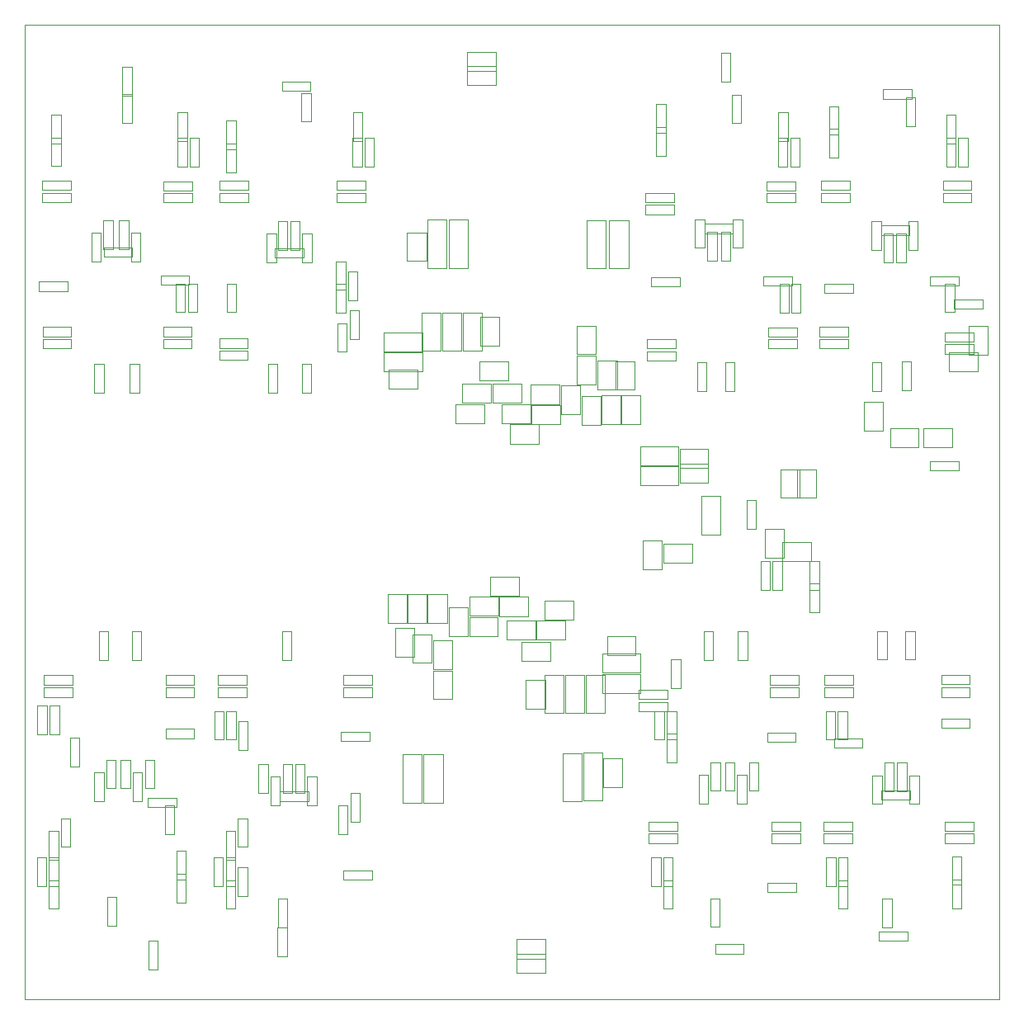
<source format=gbr>
G04 (created by PCBNEW (2013-mar-13)-testing) date Thu 30 May 2013 09:16:55 AM ICT*
%MOIN*%
G04 Gerber Fmt 3.4, Leading zero omitted, Abs format*
%FSLAX34Y34*%
G01*
G70*
G90*
G04 APERTURE LIST*
%ADD10C,0.00393701*%
%ADD11C,0.002*%
G04 APERTURE END LIST*
G54D10*
X38779Y-61023D02*
X78149Y-61023D01*
X78149Y-61023D02*
X78149Y-21653D01*
X78149Y-21653D02*
X38779Y-21653D01*
X38779Y-21653D02*
X38779Y-61023D01*
G54D11*
X53476Y-35597D02*
X54634Y-35597D01*
X54634Y-35597D02*
X54634Y-36371D01*
X54634Y-36371D02*
X53476Y-36371D01*
X53476Y-36371D02*
X53476Y-35597D01*
X61077Y-34978D02*
X61077Y-33820D01*
X61077Y-33820D02*
X61851Y-33820D01*
X61851Y-33820D02*
X61851Y-34978D01*
X61851Y-34978D02*
X61077Y-34978D01*
X58838Y-36935D02*
X57680Y-36935D01*
X57680Y-36935D02*
X57680Y-36161D01*
X57680Y-36161D02*
X58838Y-36161D01*
X58838Y-36161D02*
X58838Y-36935D01*
X59220Y-36209D02*
X60378Y-36209D01*
X60378Y-36209D02*
X60378Y-36983D01*
X60378Y-36983D02*
X59220Y-36983D01*
X59220Y-36983D02*
X59220Y-36209D01*
X57606Y-36935D02*
X56448Y-36935D01*
X56448Y-36935D02*
X56448Y-36161D01*
X56448Y-36161D02*
X57606Y-36161D01*
X57606Y-36161D02*
X57606Y-36935D01*
X57327Y-37762D02*
X56169Y-37762D01*
X56169Y-37762D02*
X56169Y-36988D01*
X56169Y-36988D02*
X57327Y-36988D01*
X57327Y-36988D02*
X57327Y-37762D01*
X61069Y-36186D02*
X61069Y-35028D01*
X61069Y-35028D02*
X61843Y-35028D01*
X61843Y-35028D02*
X61843Y-36186D01*
X61843Y-36186D02*
X61069Y-36186D01*
X54831Y-35662D02*
X53279Y-35662D01*
X53279Y-34888D02*
X54831Y-34888D01*
X54831Y-34888D02*
X54831Y-35662D01*
X53279Y-35662D02*
X53279Y-34888D01*
X54831Y-34875D02*
X53279Y-34875D01*
X53279Y-34101D02*
X54831Y-34101D01*
X54831Y-34101D02*
X54831Y-34875D01*
X53279Y-34875D02*
X53279Y-34101D01*
X54809Y-34831D02*
X54809Y-33279D01*
X55583Y-33279D02*
X55583Y-34831D01*
X55583Y-34831D02*
X54809Y-34831D01*
X54809Y-33279D02*
X55583Y-33279D01*
X55636Y-34831D02*
X55636Y-33279D01*
X56410Y-33279D02*
X56410Y-34831D01*
X56410Y-34831D02*
X55636Y-34831D01*
X55636Y-33279D02*
X56410Y-33279D01*
X56463Y-34831D02*
X56463Y-33279D01*
X57237Y-33279D02*
X57237Y-34831D01*
X57237Y-34831D02*
X56463Y-34831D01*
X56463Y-33279D02*
X57237Y-33279D01*
X57172Y-34634D02*
X57172Y-33476D01*
X57172Y-33476D02*
X57946Y-33476D01*
X57946Y-33476D02*
X57946Y-34634D01*
X57946Y-34634D02*
X57172Y-34634D01*
X58303Y-36022D02*
X57145Y-36022D01*
X57145Y-36022D02*
X57145Y-35248D01*
X57145Y-35248D02*
X58303Y-35248D01*
X58303Y-35248D02*
X58303Y-36022D01*
X54993Y-30050D02*
X54993Y-31208D01*
X54993Y-31208D02*
X54219Y-31208D01*
X54219Y-31208D02*
X54219Y-30050D01*
X54219Y-30050D02*
X54993Y-30050D01*
X56666Y-29538D02*
X56666Y-31484D01*
X55892Y-31484D02*
X55892Y-29538D01*
X55892Y-29538D02*
X56666Y-29538D01*
X56666Y-31484D02*
X55892Y-31484D01*
X55800Y-29538D02*
X55800Y-31484D01*
X55026Y-31484D02*
X55026Y-29538D01*
X55026Y-29538D02*
X55800Y-29538D01*
X55800Y-31484D02*
X55026Y-31484D01*
X62237Y-29558D02*
X62237Y-31504D01*
X61463Y-31504D02*
X61463Y-29558D01*
X61463Y-29558D02*
X62237Y-29558D01*
X62237Y-31504D02*
X61463Y-31504D01*
X63162Y-29558D02*
X63162Y-31504D01*
X62388Y-31504D02*
X62388Y-29558D01*
X62388Y-29558D02*
X63162Y-29558D01*
X63162Y-31504D02*
X62388Y-31504D01*
X62032Y-36662D02*
X62032Y-37820D01*
X62032Y-37820D02*
X61258Y-37820D01*
X61258Y-37820D02*
X61258Y-36662D01*
X61258Y-36662D02*
X62032Y-36662D01*
X62880Y-37793D02*
X62880Y-36635D01*
X62880Y-36635D02*
X63654Y-36635D01*
X63654Y-36635D02*
X63654Y-37793D01*
X63654Y-37793D02*
X62880Y-37793D01*
X63418Y-35247D02*
X63418Y-36405D01*
X63418Y-36405D02*
X62644Y-36405D01*
X62644Y-36405D02*
X62644Y-35247D01*
X62644Y-35247D02*
X63418Y-35247D01*
X59543Y-38581D02*
X58385Y-38581D01*
X58385Y-38581D02*
X58385Y-37807D01*
X58385Y-37807D02*
X59543Y-37807D01*
X59543Y-37807D02*
X59543Y-38581D01*
X59247Y-37035D02*
X60405Y-37035D01*
X60405Y-37035D02*
X60405Y-37809D01*
X60405Y-37809D02*
X59247Y-37809D01*
X59247Y-37809D02*
X59247Y-37035D01*
X59201Y-37762D02*
X58043Y-37762D01*
X58043Y-37762D02*
X58043Y-36988D01*
X58043Y-36988D02*
X59201Y-36988D01*
X59201Y-36988D02*
X59201Y-37762D01*
X62851Y-36631D02*
X62851Y-37789D01*
X62851Y-37789D02*
X62077Y-37789D01*
X62077Y-37789D02*
X62077Y-36631D01*
X62077Y-36631D02*
X62851Y-36631D01*
X62694Y-35233D02*
X62694Y-36391D01*
X62694Y-36391D02*
X61920Y-36391D01*
X61920Y-36391D02*
X61920Y-35233D01*
X61920Y-35233D02*
X62694Y-35233D01*
X60447Y-37379D02*
X60447Y-36221D01*
X60447Y-36221D02*
X61221Y-36221D01*
X61221Y-36221D02*
X61221Y-37379D01*
X61221Y-37379D02*
X60447Y-37379D01*
X59022Y-49279D02*
X59022Y-48121D01*
X59022Y-48121D02*
X59796Y-48121D01*
X59796Y-48121D02*
X59796Y-49279D01*
X59796Y-49279D02*
X59022Y-49279D01*
X56032Y-47753D02*
X56032Y-48911D01*
X56032Y-48911D02*
X55258Y-48911D01*
X55258Y-48911D02*
X55258Y-47753D01*
X55258Y-47753D02*
X56032Y-47753D01*
X58243Y-45716D02*
X59401Y-45716D01*
X59401Y-45716D02*
X59401Y-46490D01*
X59401Y-46490D02*
X58243Y-46490D01*
X58243Y-46490D02*
X58243Y-45716D01*
X57890Y-46357D02*
X56732Y-46357D01*
X56732Y-46357D02*
X56732Y-45583D01*
X56732Y-45583D02*
X57890Y-45583D01*
X57890Y-45583D02*
X57890Y-46357D01*
X59440Y-45716D02*
X60598Y-45716D01*
X60598Y-45716D02*
X60598Y-46490D01*
X60598Y-46490D02*
X59440Y-46490D01*
X59440Y-46490D02*
X59440Y-45716D01*
X59779Y-44917D02*
X60937Y-44917D01*
X60937Y-44917D02*
X60937Y-45691D01*
X60937Y-45691D02*
X59779Y-45691D01*
X59779Y-45691D02*
X59779Y-44917D01*
X56040Y-46532D02*
X56040Y-47690D01*
X56040Y-47690D02*
X55266Y-47690D01*
X55266Y-47690D02*
X55266Y-46532D01*
X55266Y-46532D02*
X56040Y-46532D01*
X62098Y-47053D02*
X63650Y-47053D01*
X63650Y-47827D02*
X62098Y-47827D01*
X62098Y-47827D02*
X62098Y-47053D01*
X63650Y-47053D02*
X63650Y-47827D01*
X62098Y-47880D02*
X63650Y-47880D01*
X63650Y-48654D02*
X62098Y-48654D01*
X62098Y-48654D02*
X62098Y-47880D01*
X63650Y-47880D02*
X63650Y-48654D01*
X62198Y-47924D02*
X62198Y-49476D01*
X61424Y-49476D02*
X61424Y-47924D01*
X61424Y-47924D02*
X62198Y-47924D01*
X62198Y-49476D02*
X61424Y-49476D01*
X61371Y-47924D02*
X61371Y-49476D01*
X60597Y-49476D02*
X60597Y-47924D01*
X60597Y-47924D02*
X61371Y-47924D01*
X61371Y-49476D02*
X60597Y-49476D01*
X60544Y-47924D02*
X60544Y-49476D01*
X59770Y-49476D02*
X59770Y-47924D01*
X59770Y-47924D02*
X60544Y-47924D01*
X60544Y-49476D02*
X59770Y-49476D01*
X62295Y-46345D02*
X63453Y-46345D01*
X63453Y-46345D02*
X63453Y-47119D01*
X63453Y-47119D02*
X62295Y-47119D01*
X62295Y-47119D02*
X62295Y-46345D01*
X58854Y-46598D02*
X60012Y-46598D01*
X60012Y-46598D02*
X60012Y-47372D01*
X60012Y-47372D02*
X58854Y-47372D01*
X58854Y-47372D02*
X58854Y-46598D01*
X62132Y-52468D02*
X62132Y-51310D01*
X62132Y-51310D02*
X62906Y-51310D01*
X62906Y-51310D02*
X62906Y-52468D01*
X62906Y-52468D02*
X62132Y-52468D01*
X60498Y-53029D02*
X60498Y-51083D01*
X61272Y-51083D02*
X61272Y-53029D01*
X61272Y-53029D02*
X60498Y-53029D01*
X60498Y-51083D02*
X61272Y-51083D01*
X61325Y-53009D02*
X61325Y-51063D01*
X62099Y-51063D02*
X62099Y-53009D01*
X62099Y-53009D02*
X61325Y-53009D01*
X61325Y-51063D02*
X62099Y-51063D01*
X54888Y-53079D02*
X54888Y-51133D01*
X55662Y-51133D02*
X55662Y-53079D01*
X55662Y-53079D02*
X54888Y-53079D01*
X54888Y-51133D02*
X55662Y-51133D01*
X54042Y-53079D02*
X54042Y-51133D01*
X54816Y-51133D02*
X54816Y-53079D01*
X54816Y-53079D02*
X54042Y-53079D01*
X54042Y-51133D02*
X54816Y-51133D01*
X55053Y-45824D02*
X55053Y-44666D01*
X55053Y-44666D02*
X55827Y-44666D01*
X55827Y-44666D02*
X55827Y-45824D01*
X55827Y-45824D02*
X55053Y-45824D01*
X54198Y-44662D02*
X54198Y-45820D01*
X54198Y-45820D02*
X53424Y-45820D01*
X53424Y-45820D02*
X53424Y-44662D01*
X53424Y-44662D02*
X54198Y-44662D01*
X53727Y-47193D02*
X53727Y-46035D01*
X53727Y-46035D02*
X54501Y-46035D01*
X54501Y-46035D02*
X54501Y-47193D01*
X54501Y-47193D02*
X53727Y-47193D01*
X57574Y-43953D02*
X58732Y-43953D01*
X58732Y-43953D02*
X58732Y-44727D01*
X58732Y-44727D02*
X57574Y-44727D01*
X57574Y-44727D02*
X57574Y-43953D01*
X57909Y-45538D02*
X56751Y-45538D01*
X56751Y-45538D02*
X56751Y-44764D01*
X56751Y-44764D02*
X57909Y-44764D01*
X57909Y-44764D02*
X57909Y-45538D01*
X57940Y-44772D02*
X59098Y-44772D01*
X59098Y-44772D02*
X59098Y-45546D01*
X59098Y-45546D02*
X57940Y-45546D01*
X57940Y-45546D02*
X57940Y-44772D01*
X54246Y-45824D02*
X54246Y-44666D01*
X54246Y-44666D02*
X55020Y-44666D01*
X55020Y-44666D02*
X55020Y-45824D01*
X55020Y-45824D02*
X54246Y-45824D01*
X54443Y-47438D02*
X54443Y-46280D01*
X54443Y-46280D02*
X55217Y-46280D01*
X55217Y-46280D02*
X55217Y-47438D01*
X55217Y-47438D02*
X54443Y-47438D01*
X56690Y-45194D02*
X56690Y-46352D01*
X56690Y-46352D02*
X55916Y-46352D01*
X55916Y-46352D02*
X55916Y-45194D01*
X55916Y-45194D02*
X56690Y-45194D01*
X64578Y-42624D02*
X65736Y-42624D01*
X65736Y-42624D02*
X65736Y-43398D01*
X65736Y-43398D02*
X64578Y-43398D01*
X64578Y-43398D02*
X64578Y-42624D01*
X66386Y-40170D02*
X65228Y-40170D01*
X65228Y-40170D02*
X65228Y-39396D01*
X65228Y-39396D02*
X66386Y-39396D01*
X66386Y-39396D02*
X66386Y-40170D01*
X66386Y-39560D02*
X65228Y-39560D01*
X65228Y-39560D02*
X65228Y-38786D01*
X65228Y-38786D02*
X66386Y-38786D01*
X66386Y-38786D02*
X66386Y-39560D01*
X63633Y-38687D02*
X65185Y-38687D01*
X65185Y-39461D02*
X63633Y-39461D01*
X63633Y-39461D02*
X63633Y-38687D01*
X65185Y-38687D02*
X65185Y-39461D01*
X63633Y-39494D02*
X65185Y-39494D01*
X65185Y-40268D02*
X63633Y-40268D01*
X63633Y-40268D02*
X63633Y-39494D01*
X65185Y-39494D02*
X65185Y-40268D01*
X64520Y-42491D02*
X64520Y-43649D01*
X64520Y-43649D02*
X63746Y-43649D01*
X63746Y-43649D02*
X63746Y-42491D01*
X63746Y-42491D02*
X64520Y-42491D01*
X66095Y-42259D02*
X66095Y-40707D01*
X66095Y-40707D02*
X66869Y-40707D01*
X66869Y-40707D02*
X66869Y-42259D01*
X66869Y-42259D02*
X66095Y-42259D01*
X40638Y-28831D02*
X39480Y-28831D01*
X39480Y-28831D02*
X39480Y-28451D01*
X39480Y-28451D02*
X40638Y-28451D01*
X40638Y-28451D02*
X40638Y-28831D01*
X42715Y-25634D02*
X42715Y-24476D01*
X42715Y-24476D02*
X43095Y-24476D01*
X43095Y-24476D02*
X43095Y-25634D01*
X43095Y-25634D02*
X42715Y-25634D01*
X40229Y-25287D02*
X40229Y-26445D01*
X40229Y-26445D02*
X39849Y-26445D01*
X39849Y-26445D02*
X39849Y-25287D01*
X39849Y-25287D02*
X40229Y-25287D01*
X44381Y-28451D02*
X45539Y-28451D01*
X45539Y-28451D02*
X45539Y-28831D01*
X45539Y-28831D02*
X44381Y-28831D01*
X44381Y-28831D02*
X44381Y-28451D01*
X44947Y-27390D02*
X44947Y-26232D01*
X44947Y-26232D02*
X45327Y-26232D01*
X45327Y-26232D02*
X45327Y-27390D01*
X45327Y-27390D02*
X44947Y-27390D01*
X40638Y-28339D02*
X39480Y-28339D01*
X39480Y-28339D02*
X39480Y-27959D01*
X39480Y-27959D02*
X40638Y-27959D01*
X40638Y-27959D02*
X40638Y-28339D01*
X45327Y-25208D02*
X45327Y-26366D01*
X45327Y-26366D02*
X44947Y-26366D01*
X44947Y-26366D02*
X44947Y-25208D01*
X44947Y-25208D02*
X45327Y-25208D01*
X44381Y-27979D02*
X45539Y-27979D01*
X45539Y-27979D02*
X45539Y-28359D01*
X45539Y-28359D02*
X44381Y-28359D01*
X44381Y-28359D02*
X44381Y-27979D01*
X42965Y-29558D02*
X42965Y-30716D01*
X42965Y-30716D02*
X42585Y-30716D01*
X42585Y-30716D02*
X42585Y-29558D01*
X42585Y-29558D02*
X42965Y-29558D01*
X42335Y-29558D02*
X42335Y-30716D01*
X42335Y-30716D02*
X41955Y-30716D01*
X41955Y-30716D02*
X41955Y-29558D01*
X41955Y-29558D02*
X42335Y-29558D01*
X39849Y-27370D02*
X39849Y-26212D01*
X39849Y-26212D02*
X40229Y-26212D01*
X40229Y-26212D02*
X40229Y-27370D01*
X40229Y-27370D02*
X39849Y-27370D01*
X51389Y-28451D02*
X52547Y-28451D01*
X52547Y-28451D02*
X52547Y-28831D01*
X52547Y-28831D02*
X51389Y-28831D01*
X51389Y-28831D02*
X51389Y-28451D01*
X47803Y-28831D02*
X46645Y-28831D01*
X46645Y-28831D02*
X46645Y-28451D01*
X46645Y-28451D02*
X47803Y-28451D01*
X47803Y-28451D02*
X47803Y-28831D01*
X52014Y-27390D02*
X52014Y-26232D01*
X52014Y-26232D02*
X52394Y-26232D01*
X52394Y-26232D02*
X52394Y-27390D01*
X52394Y-27390D02*
X52014Y-27390D01*
X47803Y-28339D02*
X46645Y-28339D01*
X46645Y-28339D02*
X46645Y-27959D01*
X46645Y-27959D02*
X47803Y-27959D01*
X47803Y-27959D02*
X47803Y-28339D01*
X47296Y-25543D02*
X47296Y-26701D01*
X47296Y-26701D02*
X46916Y-26701D01*
X46916Y-26701D02*
X46916Y-25543D01*
X46916Y-25543D02*
X47296Y-25543D01*
X49875Y-29598D02*
X49875Y-30756D01*
X49875Y-30756D02*
X49495Y-30756D01*
X49495Y-30756D02*
X49495Y-29598D01*
X49495Y-29598D02*
X49875Y-29598D01*
X51389Y-27959D02*
X52547Y-27959D01*
X52547Y-27959D02*
X52547Y-28339D01*
X52547Y-28339D02*
X51389Y-28339D01*
X51389Y-28339D02*
X51389Y-27959D01*
X50339Y-35365D02*
X50339Y-36523D01*
X50339Y-36523D02*
X49959Y-36523D01*
X49959Y-36523D02*
X49959Y-35365D01*
X49959Y-35365D02*
X50339Y-35365D01*
X52414Y-25208D02*
X52414Y-26366D01*
X52414Y-26366D02*
X52034Y-26366D01*
X52034Y-26366D02*
X52034Y-25208D01*
X52034Y-25208D02*
X52414Y-25208D01*
X46916Y-27626D02*
X46916Y-26468D01*
X46916Y-26468D02*
X47296Y-26468D01*
X47296Y-26468D02*
X47296Y-27626D01*
X47296Y-27626D02*
X46916Y-27626D01*
X49947Y-25571D02*
X49947Y-24413D01*
X49947Y-24413D02*
X50327Y-24413D01*
X50327Y-24413D02*
X50327Y-25571D01*
X50327Y-25571D02*
X49947Y-25571D01*
X44361Y-34357D02*
X45519Y-34357D01*
X45519Y-34357D02*
X45519Y-34737D01*
X45519Y-34737D02*
X44361Y-34737D01*
X44361Y-34737D02*
X44361Y-34357D01*
X40657Y-34737D02*
X39499Y-34737D01*
X39499Y-34737D02*
X39499Y-34357D01*
X39499Y-34357D02*
X40657Y-34357D01*
X40657Y-34357D02*
X40657Y-34737D01*
X44869Y-33275D02*
X44869Y-32117D01*
X44869Y-32117D02*
X45249Y-32117D01*
X45249Y-32117D02*
X45249Y-33275D01*
X45249Y-33275D02*
X44869Y-33275D01*
X40510Y-32424D02*
X39352Y-32424D01*
X39352Y-32424D02*
X39352Y-32044D01*
X39352Y-32044D02*
X40510Y-32044D01*
X40510Y-32044D02*
X40510Y-32424D01*
X44263Y-31798D02*
X45421Y-31798D01*
X45421Y-31798D02*
X45421Y-32178D01*
X45421Y-32178D02*
X44263Y-32178D01*
X44263Y-32178D02*
X44263Y-31798D01*
X40657Y-34245D02*
X39499Y-34245D01*
X39499Y-34245D02*
X39499Y-33865D01*
X39499Y-33865D02*
X40657Y-33865D01*
X40657Y-33865D02*
X40657Y-34245D01*
X41961Y-35365D02*
X41961Y-36523D01*
X41961Y-36523D02*
X41581Y-36523D01*
X41581Y-36523D02*
X41581Y-35365D01*
X41581Y-35365D02*
X41961Y-35365D01*
X44361Y-33865D02*
X45519Y-33865D01*
X45519Y-33865D02*
X45519Y-34245D01*
X45519Y-34245D02*
X44361Y-34245D01*
X44361Y-34245D02*
X44361Y-33865D01*
X41463Y-31228D02*
X41463Y-30070D01*
X41463Y-30070D02*
X41843Y-30070D01*
X41843Y-30070D02*
X41843Y-31228D01*
X41843Y-31228D02*
X41463Y-31228D01*
X43069Y-31224D02*
X43069Y-30066D01*
X43069Y-30066D02*
X43449Y-30066D01*
X43449Y-30066D02*
X43449Y-31224D01*
X43449Y-31224D02*
X43069Y-31224D01*
X43398Y-35365D02*
X43398Y-36523D01*
X43398Y-36523D02*
X43018Y-36523D01*
X43018Y-36523D02*
X43018Y-35365D01*
X43018Y-35365D02*
X43398Y-35365D01*
X47783Y-34717D02*
X46625Y-34717D01*
X46625Y-34717D02*
X46625Y-34337D01*
X46625Y-34337D02*
X47783Y-34337D01*
X47783Y-34337D02*
X47783Y-34717D01*
X51404Y-34870D02*
X51404Y-33712D01*
X51404Y-33712D02*
X51784Y-33712D01*
X51784Y-33712D02*
X51784Y-34870D01*
X51784Y-34870D02*
X51404Y-34870D01*
X51345Y-33295D02*
X51345Y-32137D01*
X51345Y-32137D02*
X51725Y-32137D01*
X51725Y-32137D02*
X51725Y-33295D01*
X51725Y-33295D02*
X51345Y-33295D01*
X51725Y-31212D02*
X51725Y-32370D01*
X51725Y-32370D02*
X51345Y-32370D01*
X51345Y-32370D02*
X51345Y-31212D01*
X51345Y-31212D02*
X51725Y-31212D01*
X47783Y-35209D02*
X46625Y-35209D01*
X46625Y-35209D02*
X46625Y-34829D01*
X46625Y-34829D02*
X47783Y-34829D01*
X47783Y-34829D02*
X47783Y-35209D01*
X48989Y-35365D02*
X48989Y-36523D01*
X48989Y-36523D02*
X48609Y-36523D01*
X48609Y-36523D02*
X48609Y-35365D01*
X48609Y-35365D02*
X48989Y-35365D01*
X49382Y-29598D02*
X49382Y-30756D01*
X49382Y-30756D02*
X49002Y-30756D01*
X49002Y-30756D02*
X49002Y-29598D01*
X49002Y-29598D02*
X49382Y-29598D01*
X52276Y-33200D02*
X52276Y-34358D01*
X52276Y-34358D02*
X51896Y-34358D01*
X51896Y-34358D02*
X51896Y-33200D01*
X51896Y-33200D02*
X52276Y-33200D01*
X48550Y-31267D02*
X48550Y-30109D01*
X48550Y-30109D02*
X48930Y-30109D01*
X48930Y-30109D02*
X48930Y-31267D01*
X48930Y-31267D02*
X48550Y-31267D01*
X49987Y-31267D02*
X49987Y-30109D01*
X49987Y-30109D02*
X50367Y-30109D01*
X50367Y-30109D02*
X50367Y-31267D01*
X50367Y-31267D02*
X49987Y-31267D01*
X46935Y-33275D02*
X46935Y-32117D01*
X46935Y-32117D02*
X47315Y-32117D01*
X47315Y-32117D02*
X47315Y-33275D01*
X47315Y-33275D02*
X46935Y-33275D01*
X65008Y-28831D02*
X63850Y-28831D01*
X63850Y-28831D02*
X63850Y-28451D01*
X63850Y-28451D02*
X65008Y-28451D01*
X65008Y-28451D02*
X65008Y-28831D01*
X68751Y-28451D02*
X69909Y-28451D01*
X69909Y-28451D02*
X69909Y-28831D01*
X69909Y-28831D02*
X68751Y-28831D01*
X68751Y-28831D02*
X68751Y-28451D01*
X69199Y-27390D02*
X69199Y-26232D01*
X69199Y-26232D02*
X69579Y-26232D01*
X69579Y-26232D02*
X69579Y-27390D01*
X69579Y-27390D02*
X69199Y-27390D01*
X67329Y-25638D02*
X67329Y-24480D01*
X67329Y-24480D02*
X67709Y-24480D01*
X67709Y-24480D02*
X67709Y-25638D01*
X67709Y-25638D02*
X67329Y-25638D01*
X64278Y-26956D02*
X64278Y-25798D01*
X64278Y-25798D02*
X64658Y-25798D01*
X64658Y-25798D02*
X64658Y-26956D01*
X64658Y-26956D02*
X64278Y-26956D01*
X65008Y-29323D02*
X63850Y-29323D01*
X63850Y-29323D02*
X63850Y-28943D01*
X63850Y-28943D02*
X65008Y-28943D01*
X65008Y-28943D02*
X65008Y-29323D01*
X72242Y-32502D02*
X71084Y-32502D01*
X71084Y-32502D02*
X71084Y-32122D01*
X71084Y-32122D02*
X72242Y-32122D01*
X72242Y-32122D02*
X72242Y-32502D01*
X67768Y-29519D02*
X67768Y-30677D01*
X67768Y-30677D02*
X67388Y-30677D01*
X67388Y-30677D02*
X67388Y-29519D01*
X67388Y-29519D02*
X67768Y-29519D01*
X69599Y-25208D02*
X69599Y-26366D01*
X69599Y-26366D02*
X69219Y-26366D01*
X69219Y-26366D02*
X69219Y-25208D01*
X69219Y-25208D02*
X69599Y-25208D01*
X68751Y-27979D02*
X69909Y-27979D01*
X69909Y-27979D02*
X69909Y-28359D01*
X69909Y-28359D02*
X68751Y-28359D01*
X68751Y-28359D02*
X68751Y-27979D01*
X64658Y-24873D02*
X64658Y-26031D01*
X64658Y-26031D02*
X64278Y-26031D01*
X64278Y-26031D02*
X64278Y-24873D01*
X64278Y-24873D02*
X64658Y-24873D01*
X72094Y-28831D02*
X70936Y-28831D01*
X70936Y-28831D02*
X70936Y-28451D01*
X70936Y-28451D02*
X72094Y-28451D01*
X72094Y-28451D02*
X72094Y-28831D01*
X75858Y-28451D02*
X77016Y-28451D01*
X77016Y-28451D02*
X77016Y-28831D01*
X77016Y-28831D02*
X75858Y-28831D01*
X75858Y-28831D02*
X75858Y-28451D01*
X75991Y-27390D02*
X75991Y-26232D01*
X75991Y-26232D02*
X76371Y-26232D01*
X76371Y-26232D02*
X76371Y-27390D01*
X76371Y-27390D02*
X75991Y-27390D01*
X74361Y-25752D02*
X74361Y-24594D01*
X74361Y-24594D02*
X74741Y-24594D01*
X74741Y-24594D02*
X74741Y-25752D01*
X74741Y-25752D02*
X74361Y-25752D01*
X73359Y-29598D02*
X73359Y-30756D01*
X73359Y-30756D02*
X72979Y-30756D01*
X72979Y-30756D02*
X72979Y-29598D01*
X72979Y-29598D02*
X73359Y-29598D01*
X71646Y-24952D02*
X71646Y-26110D01*
X71646Y-26110D02*
X71266Y-26110D01*
X71266Y-26110D02*
X71266Y-24952D01*
X71266Y-24952D02*
X71646Y-24952D01*
X72094Y-28339D02*
X70936Y-28339D01*
X70936Y-28339D02*
X70936Y-27959D01*
X70936Y-27959D02*
X72094Y-27959D01*
X72094Y-27959D02*
X72094Y-28339D01*
X74855Y-29598D02*
X74855Y-30756D01*
X74855Y-30756D02*
X74475Y-30756D01*
X74475Y-30756D02*
X74475Y-29598D01*
X74475Y-29598D02*
X74855Y-29598D01*
X75858Y-27959D02*
X77016Y-27959D01*
X77016Y-27959D02*
X77016Y-28339D01*
X77016Y-28339D02*
X75858Y-28339D01*
X75858Y-28339D02*
X75858Y-27959D01*
X76371Y-25306D02*
X76371Y-26464D01*
X76371Y-26464D02*
X75991Y-26464D01*
X75991Y-26464D02*
X75991Y-25306D01*
X75991Y-25306D02*
X76371Y-25306D01*
X71266Y-27035D02*
X71266Y-25877D01*
X71266Y-25877D02*
X71646Y-25877D01*
X71646Y-25877D02*
X71646Y-27035D01*
X71646Y-27035D02*
X71266Y-27035D01*
X65067Y-34737D02*
X63909Y-34737D01*
X63909Y-34737D02*
X63909Y-34357D01*
X63909Y-34357D02*
X65067Y-34357D01*
X65067Y-34357D02*
X65067Y-34737D01*
X68810Y-34357D02*
X69968Y-34357D01*
X69968Y-34357D02*
X69968Y-34737D01*
X69968Y-34737D02*
X68810Y-34737D01*
X68810Y-34737D02*
X68810Y-34357D01*
X69258Y-33295D02*
X69258Y-32137D01*
X69258Y-32137D02*
X69638Y-32137D01*
X69638Y-32137D02*
X69638Y-33295D01*
X69638Y-33295D02*
X69258Y-33295D01*
X66345Y-31189D02*
X66345Y-30031D01*
X66345Y-30031D02*
X66725Y-30031D01*
X66725Y-30031D02*
X66725Y-31189D01*
X66725Y-31189D02*
X66345Y-31189D01*
X66896Y-31189D02*
X66896Y-30031D01*
X66896Y-30031D02*
X67276Y-30031D01*
X67276Y-30031D02*
X67276Y-31189D01*
X67276Y-31189D02*
X66896Y-31189D01*
X66312Y-35287D02*
X66312Y-36445D01*
X66312Y-36445D02*
X65932Y-36445D01*
X65932Y-36445D02*
X65932Y-35287D01*
X65932Y-35287D02*
X66312Y-35287D01*
X65067Y-35229D02*
X63909Y-35229D01*
X63909Y-35229D02*
X63909Y-34849D01*
X63909Y-34849D02*
X65067Y-34849D01*
X65067Y-34849D02*
X65067Y-35229D01*
X68613Y-31817D02*
X69771Y-31817D01*
X69771Y-31817D02*
X69771Y-32197D01*
X69771Y-32197D02*
X68613Y-32197D01*
X68613Y-32197D02*
X68613Y-31817D01*
X66233Y-29519D02*
X66233Y-30677D01*
X66233Y-30677D02*
X65853Y-30677D01*
X65853Y-30677D02*
X65853Y-29519D01*
X65853Y-29519D02*
X66233Y-29519D01*
X65224Y-32237D02*
X64066Y-32237D01*
X64066Y-32237D02*
X64066Y-31857D01*
X64066Y-31857D02*
X65224Y-31857D01*
X65224Y-31857D02*
X65224Y-32237D01*
X68810Y-33884D02*
X69968Y-33884D01*
X69968Y-33884D02*
X69968Y-34264D01*
X69968Y-34264D02*
X68810Y-34264D01*
X68810Y-34264D02*
X68810Y-33884D01*
X72035Y-34737D02*
X70877Y-34737D01*
X70877Y-34737D02*
X70877Y-34357D01*
X70877Y-34357D02*
X72035Y-34357D01*
X72035Y-34357D02*
X72035Y-34737D01*
X75956Y-34573D02*
X77114Y-34573D01*
X77114Y-34573D02*
X77114Y-34953D01*
X77114Y-34953D02*
X75956Y-34953D01*
X75956Y-34953D02*
X75956Y-34573D01*
X75951Y-33275D02*
X75951Y-32117D01*
X75951Y-32117D02*
X76331Y-32117D01*
X76331Y-32117D02*
X76331Y-33275D01*
X76331Y-33275D02*
X75951Y-33275D01*
X75346Y-31817D02*
X76504Y-31817D01*
X76504Y-31817D02*
X76504Y-32197D01*
X76504Y-32197D02*
X75346Y-32197D01*
X75346Y-32197D02*
X75346Y-31817D01*
X73983Y-31267D02*
X73983Y-30109D01*
X73983Y-30109D02*
X74363Y-30109D01*
X74363Y-30109D02*
X74363Y-31267D01*
X74363Y-31267D02*
X73983Y-31267D01*
X73471Y-31267D02*
X73471Y-30109D01*
X73471Y-30109D02*
X73851Y-30109D01*
X73851Y-30109D02*
X73851Y-31267D01*
X73851Y-31267D02*
X73471Y-31267D01*
X72035Y-34245D02*
X70877Y-34245D01*
X70877Y-34245D02*
X70877Y-33865D01*
X70877Y-33865D02*
X72035Y-33865D01*
X72035Y-33865D02*
X72035Y-34245D01*
X74587Y-35271D02*
X74587Y-36429D01*
X74587Y-36429D02*
X74207Y-36429D01*
X74207Y-36429D02*
X74207Y-35271D01*
X74207Y-35271D02*
X74587Y-35271D01*
X67453Y-35291D02*
X67453Y-36449D01*
X67453Y-36449D02*
X67073Y-36449D01*
X67073Y-36449D02*
X67073Y-35291D01*
X67073Y-35291D02*
X67453Y-35291D01*
X75956Y-34091D02*
X77114Y-34091D01*
X77114Y-34091D02*
X77114Y-34471D01*
X77114Y-34471D02*
X75956Y-34471D01*
X75956Y-34471D02*
X75956Y-34091D01*
X73378Y-35287D02*
X73378Y-36445D01*
X73378Y-36445D02*
X72998Y-36445D01*
X72998Y-36445D02*
X72998Y-35287D01*
X72998Y-35287D02*
X73378Y-35287D01*
X75956Y-53845D02*
X77114Y-53845D01*
X77114Y-53845D02*
X77114Y-54225D01*
X77114Y-54225D02*
X75956Y-54225D01*
X75956Y-54225D02*
X75956Y-53845D01*
X72212Y-54225D02*
X71054Y-54225D01*
X71054Y-54225D02*
X71054Y-53845D01*
X71054Y-53845D02*
X72212Y-53845D01*
X72212Y-53845D02*
X72212Y-54225D01*
X72020Y-55287D02*
X72020Y-56445D01*
X72020Y-56445D02*
X71640Y-56445D01*
X71640Y-56445D02*
X71640Y-55287D01*
X71640Y-55287D02*
X72020Y-55287D01*
X75798Y-49691D02*
X76956Y-49691D01*
X76956Y-49691D02*
X76956Y-50071D01*
X76956Y-50071D02*
X75798Y-50071D01*
X75798Y-50071D02*
X75798Y-49691D01*
X76607Y-55247D02*
X76607Y-56405D01*
X76607Y-56405D02*
X76227Y-56405D01*
X76227Y-56405D02*
X76227Y-55247D01*
X76227Y-55247D02*
X76607Y-55247D01*
X71640Y-57370D02*
X71640Y-56212D01*
X71640Y-56212D02*
X72020Y-56212D01*
X72020Y-56212D02*
X72020Y-57370D01*
X72020Y-57370D02*
X71640Y-57370D01*
X75956Y-54337D02*
X77114Y-54337D01*
X77114Y-54337D02*
X77114Y-54717D01*
X77114Y-54717D02*
X75956Y-54717D01*
X75956Y-54717D02*
X75956Y-54337D01*
X73018Y-53138D02*
X73018Y-51980D01*
X73018Y-51980D02*
X73398Y-51980D01*
X73398Y-51980D02*
X73398Y-53138D01*
X73398Y-53138D02*
X73018Y-53138D01*
X72212Y-54717D02*
X71054Y-54717D01*
X71054Y-54717D02*
X71054Y-54337D01*
X71054Y-54337D02*
X72212Y-54337D01*
X72212Y-54337D02*
X72212Y-54717D01*
X76227Y-57350D02*
X76227Y-56192D01*
X76227Y-56192D02*
X76607Y-56192D01*
X76607Y-56192D02*
X76607Y-57350D01*
X76607Y-57350D02*
X76227Y-57350D01*
X73800Y-56968D02*
X73800Y-58126D01*
X73800Y-58126D02*
X73420Y-58126D01*
X73420Y-58126D02*
X73420Y-56968D01*
X73420Y-56968D02*
X73800Y-56968D01*
X68948Y-53845D02*
X70106Y-53845D01*
X70106Y-53845D02*
X70106Y-54225D01*
X70106Y-54225D02*
X68948Y-54225D01*
X68948Y-54225D02*
X68948Y-53845D01*
X65126Y-54225D02*
X63968Y-54225D01*
X63968Y-54225D02*
X63968Y-53845D01*
X63968Y-53845D02*
X65126Y-53845D01*
X65126Y-53845D02*
X65126Y-54225D01*
X64953Y-55287D02*
X64953Y-56445D01*
X64953Y-56445D02*
X64573Y-56445D01*
X64573Y-56445D02*
X64573Y-55287D01*
X64573Y-55287D02*
X64953Y-55287D01*
X66839Y-56952D02*
X66839Y-58110D01*
X66839Y-58110D02*
X66459Y-58110D01*
X66459Y-58110D02*
X66459Y-56952D01*
X66459Y-56952D02*
X66839Y-56952D01*
X68761Y-50252D02*
X69919Y-50252D01*
X69919Y-50252D02*
X69919Y-50632D01*
X69919Y-50632D02*
X68761Y-50632D01*
X68761Y-50632D02*
X68761Y-50252D01*
X64573Y-57370D02*
X64573Y-56212D01*
X64573Y-56212D02*
X64953Y-56212D01*
X64953Y-56212D02*
X64953Y-57370D01*
X64953Y-57370D02*
X64573Y-57370D01*
X68948Y-54337D02*
X70106Y-54337D01*
X70106Y-54337D02*
X70106Y-54717D01*
X70106Y-54717D02*
X68948Y-54717D01*
X68948Y-54717D02*
X68948Y-54337D01*
X65991Y-53118D02*
X65991Y-51960D01*
X65991Y-51960D02*
X66371Y-51960D01*
X66371Y-51960D02*
X66371Y-53118D01*
X66371Y-53118D02*
X65991Y-53118D01*
X65126Y-54717D02*
X63968Y-54717D01*
X63968Y-54717D02*
X63968Y-54337D01*
X63968Y-54337D02*
X65126Y-54337D01*
X65126Y-54337D02*
X65126Y-54717D01*
X64732Y-49402D02*
X63574Y-49402D01*
X63574Y-49402D02*
X63574Y-49022D01*
X63574Y-49022D02*
X64732Y-49022D01*
X64732Y-49022D02*
X64732Y-49402D01*
X68781Y-56315D02*
X69939Y-56315D01*
X69939Y-56315D02*
X69939Y-56695D01*
X69939Y-56695D02*
X68781Y-56695D01*
X68781Y-56695D02*
X68781Y-56315D01*
X75798Y-47920D02*
X76956Y-47920D01*
X76956Y-47920D02*
X76956Y-48300D01*
X76956Y-48300D02*
X75798Y-48300D01*
X75798Y-48300D02*
X75798Y-47920D01*
X72232Y-48319D02*
X71074Y-48319D01*
X71074Y-48319D02*
X71074Y-47939D01*
X71074Y-47939D02*
X72232Y-47939D01*
X72232Y-47939D02*
X72232Y-48319D01*
X72001Y-49381D02*
X72001Y-50539D01*
X72001Y-50539D02*
X71621Y-50539D01*
X71621Y-50539D02*
X71621Y-49381D01*
X71621Y-49381D02*
X72001Y-49381D01*
X73890Y-51468D02*
X73890Y-52626D01*
X73890Y-52626D02*
X73510Y-52626D01*
X73510Y-52626D02*
X73510Y-51468D01*
X73510Y-51468D02*
X73890Y-51468D01*
X74402Y-51468D02*
X74402Y-52626D01*
X74402Y-52626D02*
X74022Y-52626D01*
X74022Y-52626D02*
X74022Y-51468D01*
X74022Y-51468D02*
X74402Y-51468D01*
X72616Y-50859D02*
X71458Y-50859D01*
X71458Y-50859D02*
X71458Y-50479D01*
X71458Y-50479D02*
X72616Y-50479D01*
X72616Y-50479D02*
X72616Y-50859D01*
X75798Y-48432D02*
X76956Y-48432D01*
X76956Y-48432D02*
X76956Y-48812D01*
X76956Y-48812D02*
X75798Y-48812D01*
X75798Y-48812D02*
X75798Y-48432D01*
X73215Y-47311D02*
X73215Y-46153D01*
X73215Y-46153D02*
X73595Y-46153D01*
X73595Y-46153D02*
X73595Y-47311D01*
X73595Y-47311D02*
X73215Y-47311D01*
X72232Y-48812D02*
X71074Y-48812D01*
X71074Y-48812D02*
X71074Y-48432D01*
X71074Y-48432D02*
X72232Y-48432D01*
X72232Y-48432D02*
X72232Y-48812D01*
X74357Y-47311D02*
X74357Y-46153D01*
X74357Y-46153D02*
X74737Y-46153D01*
X74737Y-46153D02*
X74737Y-47311D01*
X74737Y-47311D02*
X74357Y-47311D01*
X74514Y-53138D02*
X74514Y-51980D01*
X74514Y-51980D02*
X74894Y-51980D01*
X74894Y-51980D02*
X74894Y-53138D01*
X74894Y-53138D02*
X74514Y-53138D01*
X68869Y-47939D02*
X70027Y-47939D01*
X70027Y-47939D02*
X70027Y-48319D01*
X70027Y-48319D02*
X68869Y-48319D01*
X68869Y-48319D02*
X68869Y-47939D01*
X64888Y-48453D02*
X64888Y-47295D01*
X64888Y-47295D02*
X65268Y-47295D01*
X65268Y-47295D02*
X65268Y-48453D01*
X65268Y-48453D02*
X64888Y-48453D01*
X65091Y-49381D02*
X65091Y-50539D01*
X65091Y-50539D02*
X64711Y-50539D01*
X64711Y-50539D02*
X64711Y-49381D01*
X64711Y-49381D02*
X65091Y-49381D01*
X66863Y-51448D02*
X66863Y-52606D01*
X66863Y-52606D02*
X66483Y-52606D01*
X66483Y-52606D02*
X66483Y-51448D01*
X66483Y-51448D02*
X66863Y-51448D01*
X67453Y-51448D02*
X67453Y-52606D01*
X67453Y-52606D02*
X67073Y-52606D01*
X67073Y-52606D02*
X67073Y-51448D01*
X67073Y-51448D02*
X67453Y-51448D01*
X64711Y-51464D02*
X64711Y-50306D01*
X64711Y-50306D02*
X65091Y-50306D01*
X65091Y-50306D02*
X65091Y-51464D01*
X65091Y-51464D02*
X64711Y-51464D01*
X68869Y-48432D02*
X70027Y-48432D01*
X70027Y-48432D02*
X70027Y-48812D01*
X70027Y-48812D02*
X68869Y-48812D01*
X68869Y-48812D02*
X68869Y-48432D01*
X66207Y-47330D02*
X66207Y-46172D01*
X66207Y-46172D02*
X66587Y-46172D01*
X66587Y-46172D02*
X66587Y-47330D01*
X66587Y-47330D02*
X66207Y-47330D01*
X67585Y-47330D02*
X67585Y-46172D01*
X67585Y-46172D02*
X67965Y-46172D01*
X67965Y-46172D02*
X67965Y-47330D01*
X67965Y-47330D02*
X67585Y-47330D01*
X64732Y-48910D02*
X63574Y-48910D01*
X63574Y-48910D02*
X63574Y-48530D01*
X63574Y-48530D02*
X64732Y-48530D01*
X64732Y-48530D02*
X64732Y-48910D01*
X67546Y-53118D02*
X67546Y-51960D01*
X67546Y-51960D02*
X67926Y-51960D01*
X67926Y-51960D02*
X67926Y-53118D01*
X67926Y-53118D02*
X67546Y-53118D01*
X51443Y-54358D02*
X51443Y-53200D01*
X51443Y-53200D02*
X51823Y-53200D01*
X51823Y-53200D02*
X51823Y-54358D01*
X51823Y-54358D02*
X51443Y-54358D01*
X47768Y-53712D02*
X47768Y-54870D01*
X47768Y-54870D02*
X47388Y-54870D01*
X47388Y-54870D02*
X47388Y-53712D01*
X47388Y-53712D02*
X47768Y-53712D01*
X47276Y-55287D02*
X47276Y-56445D01*
X47276Y-56445D02*
X46896Y-56445D01*
X46896Y-56445D02*
X46896Y-55287D01*
X46896Y-55287D02*
X47276Y-55287D01*
X49382Y-56970D02*
X49382Y-58128D01*
X49382Y-58128D02*
X49002Y-58128D01*
X49002Y-58128D02*
X49002Y-56970D01*
X49002Y-56970D02*
X49382Y-56970D01*
X48707Y-53197D02*
X48707Y-52039D01*
X48707Y-52039D02*
X49087Y-52039D01*
X49087Y-52039D02*
X49087Y-53197D01*
X49087Y-53197D02*
X48707Y-53197D01*
X47768Y-55700D02*
X47768Y-56858D01*
X47768Y-56858D02*
X47388Y-56858D01*
X47388Y-56858D02*
X47388Y-55700D01*
X47388Y-55700D02*
X47768Y-55700D01*
X52315Y-52688D02*
X52315Y-53846D01*
X52315Y-53846D02*
X51935Y-53846D01*
X51935Y-53846D02*
X51935Y-52688D01*
X51935Y-52688D02*
X52315Y-52688D01*
X50184Y-53197D02*
X50184Y-52039D01*
X50184Y-52039D02*
X50564Y-52039D01*
X50564Y-52039D02*
X50564Y-53197D01*
X50564Y-53197D02*
X50184Y-53197D01*
X46896Y-55382D02*
X46896Y-54224D01*
X46896Y-54224D02*
X47276Y-54224D01*
X47276Y-54224D02*
X47276Y-55382D01*
X47276Y-55382D02*
X46896Y-55382D01*
X46896Y-57370D02*
X46896Y-56212D01*
X46896Y-56212D02*
X47276Y-56212D01*
X47276Y-56212D02*
X47276Y-57370D01*
X47276Y-57370D02*
X46896Y-57370D01*
X51655Y-55823D02*
X52813Y-55823D01*
X52813Y-55823D02*
X52813Y-56203D01*
X52813Y-56203D02*
X51655Y-56203D01*
X51655Y-56203D02*
X51655Y-55823D01*
X44432Y-54358D02*
X44432Y-53200D01*
X44432Y-53200D02*
X44812Y-53200D01*
X44812Y-53200D02*
X44812Y-54358D01*
X44812Y-54358D02*
X44432Y-54358D01*
X40623Y-53712D02*
X40623Y-54870D01*
X40623Y-54870D02*
X40243Y-54870D01*
X40243Y-54870D02*
X40243Y-53712D01*
X40243Y-53712D02*
X40623Y-53712D01*
X40130Y-55287D02*
X40130Y-56445D01*
X40130Y-56445D02*
X39750Y-56445D01*
X39750Y-56445D02*
X39750Y-55287D01*
X39750Y-55287D02*
X40130Y-55287D01*
X45288Y-55031D02*
X45288Y-56189D01*
X45288Y-56189D02*
X44908Y-56189D01*
X44908Y-56189D02*
X44908Y-55031D01*
X44908Y-55031D02*
X45288Y-55031D01*
X44908Y-57114D02*
X44908Y-55956D01*
X44908Y-55956D02*
X45288Y-55956D01*
X45288Y-55956D02*
X45288Y-57114D01*
X45288Y-57114D02*
X44908Y-57114D01*
X43097Y-47330D02*
X43097Y-46172D01*
X43097Y-46172D02*
X43477Y-46172D01*
X43477Y-46172D02*
X43477Y-47330D01*
X43477Y-47330D02*
X43097Y-47330D01*
X43741Y-52890D02*
X44899Y-52890D01*
X44899Y-52890D02*
X44899Y-53270D01*
X44899Y-53270D02*
X43741Y-53270D01*
X43741Y-53270D02*
X43741Y-52890D01*
X41581Y-53019D02*
X41581Y-51861D01*
X41581Y-51861D02*
X41961Y-51861D01*
X41961Y-51861D02*
X41961Y-53019D01*
X41961Y-53019D02*
X41581Y-53019D01*
X39750Y-55382D02*
X39750Y-54224D01*
X39750Y-54224D02*
X40130Y-54224D01*
X40130Y-54224D02*
X40130Y-55382D01*
X40130Y-55382D02*
X39750Y-55382D01*
X39750Y-57370D02*
X39750Y-56212D01*
X39750Y-56212D02*
X40130Y-56212D01*
X40130Y-56212D02*
X40130Y-57370D01*
X40130Y-57370D02*
X39750Y-57370D01*
X42473Y-56891D02*
X42473Y-58049D01*
X42473Y-58049D02*
X42093Y-58049D01*
X42093Y-58049D02*
X42093Y-56891D01*
X42093Y-56891D02*
X42473Y-56891D01*
X51645Y-47939D02*
X52803Y-47939D01*
X52803Y-47939D02*
X52803Y-48319D01*
X52803Y-48319D02*
X51645Y-48319D01*
X51645Y-48319D02*
X51645Y-47939D01*
X47744Y-48319D02*
X46586Y-48319D01*
X46586Y-48319D02*
X46586Y-47939D01*
X46586Y-47939D02*
X47744Y-47939D01*
X47744Y-47939D02*
X47744Y-48319D01*
X47296Y-49381D02*
X47296Y-50539D01*
X47296Y-50539D02*
X46916Y-50539D01*
X46916Y-50539D02*
X46916Y-49381D01*
X46916Y-49381D02*
X47296Y-49381D01*
X49579Y-51527D02*
X49579Y-52685D01*
X49579Y-52685D02*
X49199Y-52685D01*
X49199Y-52685D02*
X49199Y-51527D01*
X49199Y-51527D02*
X49579Y-51527D01*
X50071Y-51527D02*
X50071Y-52685D01*
X50071Y-52685D02*
X49691Y-52685D01*
X49691Y-52685D02*
X49691Y-51527D01*
X49691Y-51527D02*
X50071Y-51527D01*
X47788Y-49795D02*
X47788Y-50953D01*
X47788Y-50953D02*
X47408Y-50953D01*
X47408Y-50953D02*
X47408Y-49795D01*
X47408Y-49795D02*
X47788Y-49795D01*
X51645Y-48432D02*
X52803Y-48432D01*
X52803Y-48432D02*
X52803Y-48812D01*
X52803Y-48812D02*
X51645Y-48812D01*
X51645Y-48812D02*
X51645Y-48432D01*
X49160Y-47330D02*
X49160Y-46172D01*
X49160Y-46172D02*
X49540Y-46172D01*
X49540Y-46172D02*
X49540Y-47330D01*
X49540Y-47330D02*
X49160Y-47330D01*
X48595Y-51537D02*
X48595Y-52695D01*
X48595Y-52695D02*
X48215Y-52695D01*
X48215Y-52695D02*
X48215Y-51537D01*
X48215Y-51537D02*
X48595Y-51537D01*
X47744Y-48812D02*
X46586Y-48812D01*
X46586Y-48812D02*
X46586Y-48432D01*
X46586Y-48432D02*
X47744Y-48432D01*
X47744Y-48432D02*
X47744Y-48812D01*
X51537Y-50213D02*
X52695Y-50213D01*
X52695Y-50213D02*
X52695Y-50593D01*
X52695Y-50593D02*
X51537Y-50593D01*
X51537Y-50593D02*
X51537Y-50213D01*
X44460Y-47939D02*
X45618Y-47939D01*
X45618Y-47939D02*
X45618Y-48319D01*
X45618Y-48319D02*
X44460Y-48319D01*
X44460Y-48319D02*
X44460Y-47939D01*
X40697Y-48319D02*
X39539Y-48319D01*
X39539Y-48319D02*
X39539Y-47939D01*
X39539Y-47939D02*
X40697Y-47939D01*
X40697Y-47939D02*
X40697Y-48319D01*
X40160Y-49155D02*
X40160Y-50313D01*
X40160Y-50313D02*
X39780Y-50313D01*
X39780Y-50313D02*
X39780Y-49155D01*
X39780Y-49155D02*
X40160Y-49155D01*
X42453Y-51350D02*
X42453Y-52508D01*
X42453Y-52508D02*
X42073Y-52508D01*
X42073Y-52508D02*
X42073Y-51350D01*
X42073Y-51350D02*
X42453Y-51350D01*
X43024Y-51350D02*
X43024Y-52508D01*
X43024Y-52508D02*
X42644Y-52508D01*
X42644Y-52508D02*
X42644Y-51350D01*
X42644Y-51350D02*
X43024Y-51350D01*
X44460Y-50105D02*
X45618Y-50105D01*
X45618Y-50105D02*
X45618Y-50485D01*
X45618Y-50485D02*
X44460Y-50485D01*
X44460Y-50485D02*
X44460Y-50105D01*
X44460Y-48432D02*
X45618Y-48432D01*
X45618Y-48432D02*
X45618Y-48812D01*
X45618Y-48812D02*
X44460Y-48812D01*
X44460Y-48812D02*
X44460Y-48432D01*
X43136Y-53019D02*
X43136Y-51861D01*
X43136Y-51861D02*
X43516Y-51861D01*
X43516Y-51861D02*
X43516Y-53019D01*
X43516Y-53019D02*
X43136Y-53019D01*
X40697Y-48812D02*
X39539Y-48812D01*
X39539Y-48812D02*
X39539Y-48432D01*
X39539Y-48432D02*
X40697Y-48432D01*
X40697Y-48432D02*
X40697Y-48812D01*
X40987Y-50464D02*
X40987Y-51622D01*
X40987Y-51622D02*
X40607Y-51622D01*
X40607Y-51622D02*
X40607Y-50464D01*
X40607Y-50464D02*
X40987Y-50464D01*
X41758Y-47330D02*
X41758Y-46172D01*
X41758Y-46172D02*
X42138Y-46172D01*
X42138Y-46172D02*
X42138Y-47330D01*
X42138Y-47330D02*
X41758Y-47330D01*
X69967Y-40775D02*
X69967Y-39617D01*
X69967Y-39617D02*
X70741Y-39617D01*
X70741Y-39617D02*
X70741Y-40775D01*
X70741Y-40775D02*
X69967Y-40775D01*
X70072Y-39617D02*
X70072Y-40775D01*
X70072Y-40775D02*
X69298Y-40775D01*
X69298Y-40775D02*
X69298Y-39617D01*
X69298Y-39617D02*
X70072Y-39617D01*
X76494Y-39668D02*
X75336Y-39668D01*
X75336Y-39668D02*
X75336Y-39288D01*
X75336Y-39288D02*
X76494Y-39288D01*
X76494Y-39288D02*
X76494Y-39668D01*
X74890Y-38733D02*
X73732Y-38733D01*
X73732Y-38733D02*
X73732Y-37959D01*
X73732Y-37959D02*
X74890Y-37959D01*
X74890Y-37959D02*
X74890Y-38733D01*
X75070Y-37959D02*
X76228Y-37959D01*
X76228Y-37959D02*
X76228Y-38733D01*
X76228Y-38733D02*
X75070Y-38733D01*
X75070Y-38733D02*
X75070Y-37959D01*
X58633Y-59199D02*
X59791Y-59199D01*
X59791Y-59199D02*
X59791Y-59973D01*
X59791Y-59973D02*
X58633Y-59973D01*
X58633Y-59973D02*
X58633Y-59199D01*
X58633Y-58609D02*
X59791Y-58609D01*
X59791Y-58609D02*
X59791Y-59383D01*
X59791Y-59383D02*
X58633Y-59383D01*
X58633Y-59383D02*
X58633Y-58609D01*
X68319Y-40877D02*
X68319Y-42035D01*
X68319Y-42035D02*
X67939Y-42035D01*
X67939Y-42035D02*
X67939Y-40877D01*
X67939Y-40877D02*
X68319Y-40877D01*
X70539Y-43339D02*
X69381Y-43339D01*
X69381Y-43339D02*
X69381Y-42565D01*
X69381Y-42565D02*
X70539Y-42565D01*
X70539Y-42565D02*
X70539Y-43339D01*
X76123Y-34888D02*
X77281Y-34888D01*
X77281Y-34888D02*
X77281Y-35662D01*
X77281Y-35662D02*
X76123Y-35662D01*
X76123Y-35662D02*
X76123Y-34888D01*
X45439Y-27390D02*
X45439Y-26232D01*
X45439Y-26232D02*
X45819Y-26232D01*
X45819Y-26232D02*
X45819Y-27390D01*
X45819Y-27390D02*
X45439Y-27390D01*
X69691Y-27390D02*
X69691Y-26232D01*
X69691Y-26232D02*
X70071Y-26232D01*
X70071Y-26232D02*
X70071Y-27390D01*
X70071Y-27390D02*
X69691Y-27390D01*
X71528Y-55287D02*
X71528Y-56445D01*
X71528Y-56445D02*
X71148Y-56445D01*
X71148Y-56445D02*
X71148Y-55287D01*
X71148Y-55287D02*
X71528Y-55287D01*
X46784Y-55287D02*
X46784Y-56445D01*
X46784Y-56445D02*
X46404Y-56445D01*
X46404Y-56445D02*
X46404Y-55287D01*
X46404Y-55287D02*
X46784Y-55287D01*
X52506Y-27390D02*
X52506Y-26232D01*
X52506Y-26232D02*
X52886Y-26232D01*
X52886Y-26232D02*
X52886Y-27390D01*
X52886Y-27390D02*
X52506Y-27390D01*
X76483Y-27390D02*
X76483Y-26232D01*
X76483Y-26232D02*
X76863Y-26232D01*
X76863Y-26232D02*
X76863Y-27390D01*
X76863Y-27390D02*
X76483Y-27390D01*
X64461Y-55287D02*
X64461Y-56445D01*
X64461Y-56445D02*
X64081Y-56445D01*
X64081Y-56445D02*
X64081Y-55287D01*
X64081Y-55287D02*
X64461Y-55287D01*
X39638Y-55287D02*
X39638Y-56445D01*
X39638Y-56445D02*
X39258Y-56445D01*
X39258Y-56445D02*
X39258Y-55287D01*
X39258Y-55287D02*
X39638Y-55287D01*
X45361Y-33275D02*
X45361Y-32117D01*
X45361Y-32117D02*
X45741Y-32117D01*
X45741Y-32117D02*
X45741Y-33275D01*
X45741Y-33275D02*
X45361Y-33275D01*
X69731Y-33295D02*
X69731Y-32137D01*
X69731Y-32137D02*
X70111Y-32137D01*
X70111Y-32137D02*
X70111Y-33295D01*
X70111Y-33295D02*
X69731Y-33295D01*
X71508Y-49381D02*
X71508Y-50539D01*
X71508Y-50539D02*
X71128Y-50539D01*
X71128Y-50539D02*
X71128Y-49381D01*
X71128Y-49381D02*
X71508Y-49381D01*
X46804Y-49381D02*
X46804Y-50539D01*
X46804Y-50539D02*
X46424Y-50539D01*
X46424Y-50539D02*
X46424Y-49381D01*
X46424Y-49381D02*
X46804Y-49381D01*
X51837Y-32783D02*
X51837Y-31625D01*
X51837Y-31625D02*
X52217Y-31625D01*
X52217Y-31625D02*
X52217Y-32783D01*
X52217Y-32783D02*
X51837Y-32783D01*
X76310Y-32762D02*
X77468Y-32762D01*
X77468Y-32762D02*
X77468Y-33142D01*
X77468Y-33142D02*
X76310Y-33142D01*
X76310Y-33142D02*
X76310Y-32762D01*
X64599Y-49381D02*
X64599Y-50539D01*
X64599Y-50539D02*
X64219Y-50539D01*
X64219Y-50539D02*
X64219Y-49381D01*
X64219Y-49381D02*
X64599Y-49381D01*
X39668Y-49155D02*
X39668Y-50313D01*
X39668Y-50313D02*
X39288Y-50313D01*
X39288Y-50313D02*
X39288Y-49155D01*
X39288Y-49155D02*
X39668Y-49155D01*
X73438Y-36901D02*
X73438Y-38059D01*
X73438Y-38059D02*
X72664Y-38059D01*
X72664Y-38059D02*
X72664Y-36901D01*
X72664Y-36901D02*
X73438Y-36901D01*
X76896Y-34988D02*
X76896Y-33830D01*
X76896Y-33830D02*
X77670Y-33830D01*
X77670Y-33830D02*
X77670Y-34988D01*
X77670Y-34988D02*
X76896Y-34988D01*
X68668Y-43197D02*
X68668Y-42039D01*
X68668Y-42039D02*
X69442Y-42039D01*
X69442Y-42039D02*
X69442Y-43197D01*
X69442Y-43197D02*
X68668Y-43197D01*
X57803Y-23544D02*
X56645Y-23544D01*
X56645Y-23544D02*
X56645Y-22770D01*
X56645Y-22770D02*
X57803Y-22770D01*
X57803Y-22770D02*
X57803Y-23544D01*
X57803Y-24103D02*
X56645Y-24103D01*
X56645Y-24103D02*
X56645Y-23329D01*
X56645Y-23329D02*
X57803Y-23329D01*
X57803Y-23329D02*
X57803Y-24103D01*
X43103Y-23358D02*
X43103Y-24516D01*
X43103Y-24516D02*
X42723Y-24516D01*
X42723Y-24516D02*
X42723Y-23358D01*
X42723Y-23358D02*
X43103Y-23358D01*
X49165Y-23963D02*
X50323Y-23963D01*
X50323Y-23963D02*
X50323Y-24343D01*
X50323Y-24343D02*
X49165Y-24343D01*
X49165Y-24343D02*
X49165Y-23963D01*
X41960Y-30656D02*
X43118Y-30656D01*
X43118Y-30656D02*
X43118Y-31036D01*
X43118Y-31036D02*
X41960Y-31036D01*
X41960Y-31036D02*
X41960Y-30656D01*
X50047Y-31075D02*
X48889Y-31075D01*
X48889Y-31075D02*
X48889Y-30695D01*
X48889Y-30695D02*
X50047Y-30695D01*
X50047Y-30695D02*
X50047Y-31075D01*
X66906Y-23945D02*
X66906Y-22787D01*
X66906Y-22787D02*
X67286Y-22787D01*
X67286Y-22787D02*
X67286Y-23945D01*
X67286Y-23945D02*
X66906Y-23945D01*
X73436Y-24278D02*
X74594Y-24278D01*
X74594Y-24278D02*
X74594Y-24658D01*
X74594Y-24658D02*
X73436Y-24658D01*
X73436Y-24658D02*
X73436Y-24278D01*
X67390Y-30091D02*
X66232Y-30091D01*
X66232Y-30091D02*
X66232Y-29711D01*
X66232Y-29711D02*
X67390Y-29711D01*
X67390Y-29711D02*
X67390Y-30091D01*
X73358Y-29770D02*
X74516Y-29770D01*
X74516Y-29770D02*
X74516Y-30150D01*
X74516Y-30150D02*
X73358Y-30150D01*
X73358Y-30150D02*
X73358Y-29770D01*
X74437Y-58674D02*
X73279Y-58674D01*
X73279Y-58674D02*
X73279Y-58294D01*
X73279Y-58294D02*
X74437Y-58294D01*
X74437Y-58294D02*
X74437Y-58674D01*
X67823Y-59186D02*
X66665Y-59186D01*
X66665Y-59186D02*
X66665Y-58806D01*
X66665Y-58806D02*
X67823Y-58806D01*
X67823Y-58806D02*
X67823Y-59186D01*
X73377Y-52585D02*
X74535Y-52585D01*
X74535Y-52585D02*
X74535Y-52965D01*
X74535Y-52965D02*
X73377Y-52965D01*
X73377Y-52965D02*
X73377Y-52585D01*
X68418Y-51448D02*
X68418Y-52606D01*
X68418Y-52606D02*
X68038Y-52606D01*
X68038Y-52606D02*
X68038Y-51448D01*
X68038Y-51448D02*
X68418Y-51448D01*
X48983Y-59279D02*
X48983Y-58121D01*
X48983Y-58121D02*
X49363Y-58121D01*
X49363Y-58121D02*
X49363Y-59279D01*
X49363Y-59279D02*
X48983Y-59279D01*
X44156Y-58663D02*
X44156Y-59821D01*
X44156Y-59821D02*
X43776Y-59821D01*
X43776Y-59821D02*
X43776Y-58663D01*
X43776Y-58663D02*
X44156Y-58663D01*
X49066Y-52644D02*
X50224Y-52644D01*
X50224Y-52644D02*
X50224Y-53024D01*
X50224Y-53024D02*
X49066Y-53024D01*
X49066Y-53024D02*
X49066Y-52644D01*
X44008Y-51350D02*
X44008Y-52508D01*
X44008Y-52508D02*
X43628Y-52508D01*
X43628Y-52508D02*
X43628Y-51350D01*
X43628Y-51350D02*
X44008Y-51350D01*
X70479Y-45401D02*
X70479Y-44243D01*
X70479Y-44243D02*
X70859Y-44243D01*
X70859Y-44243D02*
X70859Y-45401D01*
X70859Y-45401D02*
X70479Y-45401D01*
X69363Y-43338D02*
X69363Y-44496D01*
X69363Y-44496D02*
X68983Y-44496D01*
X68983Y-44496D02*
X68983Y-43338D01*
X68983Y-43338D02*
X69363Y-43338D01*
X68890Y-43338D02*
X68890Y-44496D01*
X68890Y-44496D02*
X68510Y-44496D01*
X68510Y-44496D02*
X68510Y-43338D01*
X68510Y-43338D02*
X68890Y-43338D01*
X70859Y-43328D02*
X70859Y-44486D01*
X70859Y-44486D02*
X70479Y-44486D01*
X70479Y-44486D02*
X70479Y-43328D01*
X70479Y-43328D02*
X70859Y-43328D01*
M02*

</source>
